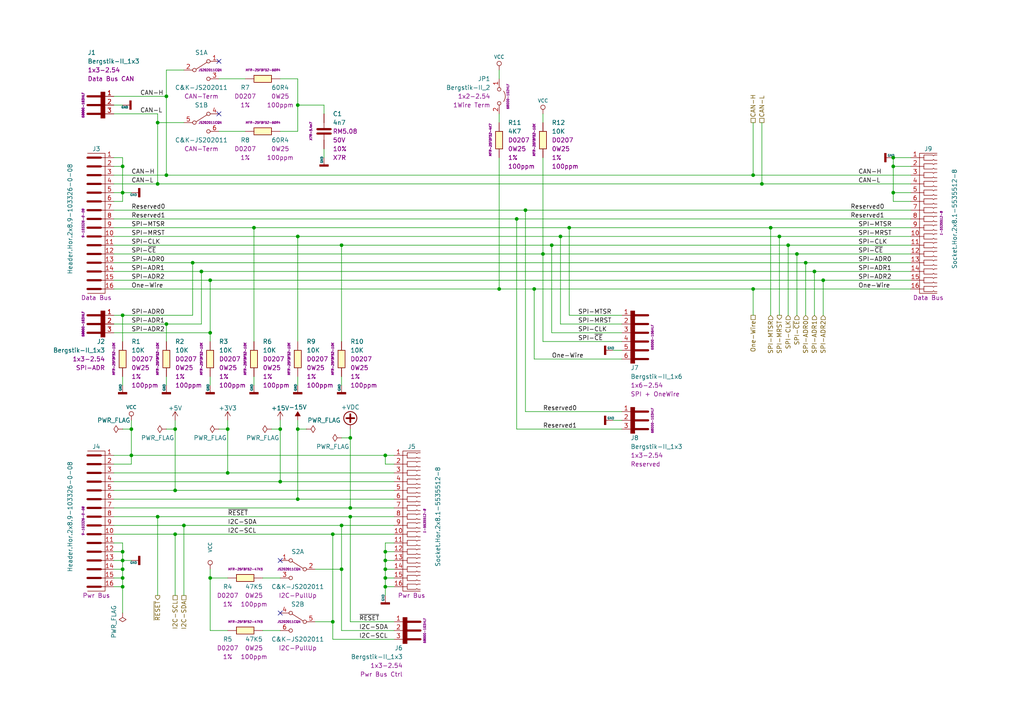
<source format=kicad_sch>
(kicad_sch (version 20231120) (generator "eeschema") (generator_version "8.0")
  (paper "A4")
  (junction (at 58.42 78.74) (diameter 0.9144))
  (junction (at 38.1 132.08) (diameter 0.9144))
  (junction (at 50.8 154.94))
  (junction (at 45.72 149.86))
  (junction (at 149.86 63.5) (diameter 0.9144))
  (junction (at 101.6 147.32) (diameter 0.9144))
  (junction (at 48.26 27.94) (diameter 0.9144))
  (junction (at 259.08 48.26) (diameter 0.9144))
  (junction (at 111.76 132.08) (diameter 0.9144))
  (junction (at 101.6 127))
  (junction (at 99.06 165.1) (diameter 0.9144))
  (junction (at 55.88 76.2) (diameter 0.9144))
  (junction (at 218.44 83.82))
  (junction (at 60.96 81.28) (diameter 0.9144))
  (junction (at 231.14 73.66))
  (junction (at 259.08 45.72) (diameter 0.9144))
  (junction (at 48.26 93.98) (diameter 0.9144))
  (junction (at 35.56 165.1) (diameter 0.9144))
  (junction (at 101.6 149.86) (diameter 0.9144))
  (junction (at 96.52 154.94) (diameter 0.9144))
  (junction (at 45.72 35.56) (diameter 0.9144))
  (junction (at 66.04 124.46) (diameter 0.9144))
  (junction (at 86.36 144.78) (diameter 0.9144))
  (junction (at 223.52 66.04))
  (junction (at 73.66 66.04) (diameter 0.9144))
  (junction (at 81.28 124.46) (diameter 0.9144))
  (junction (at 160.02 71.12) (diameter 0.9144))
  (junction (at 35.56 160.02) (diameter 0.9144))
  (junction (at 35.56 55.88) (diameter 0.9144))
  (junction (at 162.56 68.58) (diameter 0.9144))
  (junction (at 48.26 50.8) (diameter 0.9144))
  (junction (at 152.4 60.96) (diameter 0.9144))
  (junction (at 86.36 124.46))
  (junction (at 111.76 170.18) (diameter 0.9144))
  (junction (at 35.56 91.44) (diameter 0.9144))
  (junction (at 259.08 55.88) (diameter 0.9144))
  (junction (at 111.76 160.02) (diameter 0.9144))
  (junction (at 228.6 71.12))
  (junction (at 157.48 73.66) (diameter 0.9144))
  (junction (at 99.06 71.12) (diameter 0.9144))
  (junction (at 144.78 83.82) (diameter 0.9144))
  (junction (at 96.52 180.34) (diameter 0.9144))
  (junction (at 218.44 50.8))
  (junction (at 35.56 162.56) (diameter 0.9144))
  (junction (at 45.72 53.34) (diameter 0.9144))
  (junction (at 60.96 167.64) (diameter 0.9144))
  (junction (at 35.56 167.64) (diameter 0.9144))
  (junction (at 99.06 152.4) (diameter 0.9144))
  (junction (at 86.36 30.48) (diameter 0.9144))
  (junction (at 86.36 68.58) (diameter 0.9144))
  (junction (at 233.68 76.2))
  (junction (at 154.94 83.82) (diameter 0.9144))
  (junction (at 53.34 152.4))
  (junction (at 226.06 68.58))
  (junction (at 50.8 142.24) (diameter 0.9144))
  (junction (at 111.76 165.1) (diameter 0.9144))
  (junction (at 81.28 139.7) (diameter 0.9144))
  (junction (at 60.96 96.52) (diameter 0.9144))
  (junction (at 111.76 167.64) (diameter 0.9144))
  (junction (at 220.98 53.34))
  (junction (at 165.1 66.04) (diameter 0.9144))
  (junction (at 35.56 170.18))
  (junction (at 238.76 81.28))
  (junction (at 38.1 124.46) (diameter 0.9144))
  (junction (at 66.04 137.16) (diameter 0.9144))
  (junction (at 50.8 124.46) (diameter 0.9144))
  (junction (at 236.22 78.74))
  (junction (at 111.76 162.56) (diameter 0.9144))
  (junction (at 35.56 48.26) (diameter 0.9144))
  (no_connect (at 63.5 17.78))
  (no_connect (at 81.28 177.8))
  (no_connect (at 81.28 162.56))
  (no_connect (at 63.5 33.02))
  (wire (pts (xy 144.78 33.02) (xy 144.78 35.56)))
  (wire (pts (xy 66.04 137.16) (xy 114.3 137.16)))
  (wire (pts (xy 35.56 167.64) (xy 35.56 165.1)))
  (wire (pts (xy 259.08 45.72) (xy 264.16 45.72)))
  (wire (pts (xy 33.02 137.16) (xy 66.04 137.16)))
  (wire (pts (xy 48.26 27.94) (xy 48.26 50.8)))
  (wire (pts (xy 60.96 167.64) (xy 60.96 182.88)))
  (wire (pts (xy 99.06 165.1) (xy 99.06 152.4)))
  (wire (pts (xy 218.44 35.56) (xy 218.44 50.8)))
  (wire (pts (xy 114.3 180.34) (xy 101.6 180.34)))
  (wire (pts (xy 180.34 96.52) (xy 160.02 96.52)))
  (wire (pts (xy 45.72 33.02) (xy 45.72 35.56)))
  (wire (pts (xy 35.56 99.06) (xy 35.56 91.44)))
  (wire (pts (xy 33.02 60.96) (xy 152.4 60.96)))
  (wire (pts (xy 66.04 167.64) (xy 60.96 167.64)))
  (wire (pts (xy 33.02 45.72) (xy 35.56 45.72)))
  (wire (pts (xy 226.06 91.44) (xy 226.06 68.58)))
  (wire (pts (xy 35.56 45.72) (xy 35.56 48.26)))
  (wire (pts (xy 33.02 30.48) (xy 35.56 30.48)))
  (wire (pts (xy 60.96 165.1) (xy 60.96 167.64)))
  (wire (pts (xy 220.98 35.56) (xy 220.98 53.34)))
  (wire (pts (xy 60.96 81.28) (xy 60.96 96.52)))
  (wire (pts (xy 180.34 124.46) (xy 149.86 124.46)))
  (wire (pts (xy 81.28 167.64) (xy 76.2 167.64)))
  (wire (pts (xy 35.56 157.48) (xy 33.02 157.48)))
  (wire (pts (xy 45.72 35.56) (xy 45.72 53.34)))
  (wire (pts (xy 35.56 58.42) (xy 35.56 55.88)))
  (wire (pts (xy 228.6 91.44) (xy 228.6 71.12)))
  (wire (pts (xy 38.1 134.62) (xy 38.1 132.08)))
  (wire (pts (xy 152.4 119.38) (xy 152.4 60.96)))
  (wire (pts (xy 33.02 66.04) (xy 73.66 66.04)))
  (wire (pts (xy 144.78 45.72) (xy 144.78 83.82)))
  (wire (pts (xy 48.26 20.32) (xy 48.26 27.94)))
  (wire (pts (xy 259.08 48.26) (xy 259.08 45.72)))
  (wire (pts (xy 50.8 142.24) (xy 114.3 142.24)))
  (wire (pts (xy 111.76 162.56) (xy 111.76 160.02)))
  (wire (pts (xy 53.34 172.72) (xy 53.34 152.4)))
  (wire (pts (xy 33.02 167.64) (xy 35.56 167.64)))
  (wire (pts (xy 55.88 76.2) (xy 55.88 91.44)))
  (wire (pts (xy 33.02 78.74) (xy 58.42 78.74)))
  (wire (pts (xy 99.06 127) (xy 101.6 127)))
  (wire (pts (xy 111.76 170.18) (xy 111.76 167.64)))
  (wire (pts (xy 101.6 124.46) (xy 101.6 127)))
  (wire (pts (xy 33.02 165.1) (xy 35.56 165.1)))
  (wire (pts (xy 60.96 182.88) (xy 66.04 182.88)))
  (wire (pts (xy 114.3 182.88) (xy 99.06 182.88)))
  (wire (pts (xy 86.36 68.58) (xy 162.56 68.58)))
  (wire (pts (xy 96.52 185.42) (xy 96.52 180.34)))
  (wire (pts (xy 33.02 73.66) (xy 157.48 73.66)))
  (wire (pts (xy 60.96 81.28) (xy 238.76 81.28)))
  (wire (pts (xy 33.02 76.2) (xy 55.88 76.2)))
  (wire (pts (xy 236.22 78.74) (xy 264.16 78.74)))
  (wire (pts (xy 223.52 91.44) (xy 223.52 66.04)))
  (wire (pts (xy 160.02 71.12) (xy 228.6 71.12)))
  (wire (pts (xy 33.02 53.34) (xy 45.72 53.34)))
  (wire (pts (xy 101.6 127) (xy 101.6 147.32)))
  (wire (pts (xy 180.34 91.44) (xy 165.1 91.44)))
  (wire (pts (xy 259.08 55.88) (xy 259.08 48.26)))
  (wire (pts (xy 111.76 165.1) (xy 111.76 162.56)))
  (wire (pts (xy 33.02 71.12) (xy 99.06 71.12)))
  (wire (pts (xy 180.34 104.14) (xy 154.94 104.14)))
  (wire (pts (xy 33.02 81.28) (xy 60.96 81.28)))
  (wire (pts (xy 71.12 22.86) (xy 63.5 22.86)))
  (wire (pts (xy 35.56 111.76) (xy 35.56 109.22)))
  (wire (pts (xy 114.3 134.62) (xy 111.76 134.62)))
  (wire (pts (xy 35.56 124.46) (xy 38.1 124.46)))
  (wire (pts (xy 71.12 38.1) (xy 63.5 38.1)))
  (wire (pts (xy 50.8 154.94) (xy 96.52 154.94)))
  (wire (pts (xy 264.16 48.26) (xy 259.08 48.26)))
  (wire (pts (xy 218.44 83.82) (xy 264.16 83.82)))
  (wire (pts (xy 81.28 124.46) (xy 78.74 124.46)))
  (wire (pts (xy 38.1 124.46) (xy 38.1 132.08)))
  (wire (pts (xy 223.52 66.04) (xy 264.16 66.04)))
  (wire (pts (xy 154.94 83.82) (xy 218.44 83.82)))
  (wire (pts (xy 86.36 30.48) (xy 86.36 38.1)))
  (wire (pts (xy 177.8 101.6) (xy 180.34 101.6)))
  (wire (pts (xy 233.68 76.2) (xy 264.16 76.2)))
  (wire (pts (xy 66.04 124.46) (xy 66.04 137.16)))
  (wire (pts (xy 60.96 111.76) (xy 60.96 109.22)))
  (wire (pts (xy 165.1 66.04) (xy 223.52 66.04)))
  (wire (pts (xy 55.88 76.2) (xy 233.68 76.2)))
  (wire (pts (xy 81.28 22.86) (xy 86.36 22.86)))
  (wire (pts (xy 114.3 170.18) (xy 111.76 170.18)))
  (wire (pts (xy 33.02 139.7) (xy 81.28 139.7)))
  (wire (pts (xy 111.76 160.02) (xy 111.76 157.48)))
  (wire (pts (xy 111.76 167.64) (xy 111.76 165.1)))
  (wire (pts (xy 236.22 91.44) (xy 236.22 78.74)))
  (wire (pts (xy 180.34 119.38) (xy 152.4 119.38)))
  (wire (pts (xy 111.76 132.08) (xy 114.3 132.08)))
  (wire (pts (xy 165.1 91.44) (xy 165.1 66.04)))
  (wire (pts (xy 33.02 154.94) (xy 50.8 154.94)))
  (wire (pts (xy 33.02 50.8) (xy 48.26 50.8)))
  (wire (pts (xy 93.98 30.48) (xy 86.36 30.48)))
  (wire (pts (xy 91.44 165.1) (xy 99.06 165.1)))
  (wire (pts (xy 86.36 99.06) (xy 86.36 68.58)))
  (wire (pts (xy 86.36 111.76) (xy 86.36 109.22)))
  (wire (pts (xy 162.56 68.58) (xy 226.06 68.58)))
  (wire (pts (xy 233.68 91.44) (xy 233.68 76.2)))
  (wire (pts (xy 38.1 55.88) (xy 35.56 55.88)))
  (wire (pts (xy 144.78 83.82) (xy 154.94 83.82)))
  (wire (pts (xy 33.02 152.4) (xy 53.34 152.4)))
  (wire (pts (xy 50.8 124.46) (xy 50.8 142.24)))
  (wire (pts (xy 33.02 144.78) (xy 86.36 144.78)))
  (wire (pts (xy 48.26 20.32) (xy 53.34 20.32)))
  (wire (pts (xy 86.36 124.46) (xy 86.36 144.78)))
  (wire (pts (xy 48.26 93.98) (xy 33.02 93.98)))
  (wire (pts (xy 99.06 182.88) (xy 99.06 165.1)))
  (wire (pts (xy 33.02 63.5) (xy 149.86 63.5)))
  (wire (pts (xy 73.66 66.04) (xy 165.1 66.04)))
  (wire (pts (xy 38.1 132.08) (xy 111.76 132.08)))
  (wire (pts (xy 35.56 162.56) (xy 33.02 162.56)))
  (wire (pts (xy 60.96 99.06) (xy 60.96 96.52)))
  (wire (pts (xy 101.6 149.86) (xy 114.3 149.86)))
  (wire (pts (xy 33.02 149.86) (xy 45.72 149.86)))
  (wire (pts (xy 45.72 172.72) (xy 45.72 149.86)))
  (wire (pts (xy 33.02 48.26) (xy 35.56 48.26)))
  (wire (pts (xy 157.48 33.02) (xy 157.48 35.56)))
  (wire (pts (xy 231.14 91.44) (xy 231.14 73.66)))
  (wire (pts (xy 38.1 162.56) (xy 35.56 162.56)))
  (wire (pts (xy 35.56 55.88) (xy 33.02 55.88)))
  (wire (pts (xy 91.44 180.34) (xy 96.52 180.34)))
  (wire (pts (xy 160.02 96.52) (xy 160.02 71.12)))
  (wire (pts (xy 33.02 132.08) (xy 38.1 132.08)))
  (wire (pts (xy 228.6 71.12) (xy 264.16 71.12)))
  (wire (pts (xy 238.76 81.28) (xy 264.16 81.28)))
  (wire (pts (xy 101.6 147.32) (xy 114.3 147.32)))
  (wire (pts (xy 58.42 78.74) (xy 58.42 93.98)))
  (wire (pts (xy 53.34 152.4) (xy 99.06 152.4)))
  (wire (pts (xy 60.96 96.52) (xy 33.02 96.52)))
  (wire (pts (xy 96.52 154.94) (xy 96.52 180.34)))
  (wire (pts (xy 33.02 147.32) (xy 101.6 147.32)))
  (wire (pts (xy 101.6 180.34) (xy 101.6 149.86)))
  (wire (pts (xy 33.02 33.02) (xy 45.72 33.02)))
  (wire (pts (xy 73.66 111.76) (xy 73.66 109.22)))
  (wire (pts (xy 218.44 50.8) (xy 264.16 50.8)))
  (wire (pts (xy 48.26 50.8) (xy 218.44 50.8)))
  (wire (pts (xy 33.02 27.94) (xy 48.26 27.94)))
  (wire (pts (xy 81.28 139.7) (xy 114.3 139.7)))
  (wire (pts (xy 73.66 99.06) (xy 73.66 66.04)))
  (wire (pts (xy 86.36 22.86) (xy 86.36 30.48)))
  (wire (pts (xy 93.98 33.02) (xy 93.98 30.48)))
  (wire (pts (xy 35.56 48.26) (xy 35.56 55.88)))
  (wire (pts (xy 86.36 124.46) (xy 88.9 124.46)))
  (wire (pts (xy 35.56 91.44) (xy 33.02 91.44)))
  (wire (pts (xy 55.88 91.44) (xy 35.56 91.44)))
  (wire (pts (xy 50.8 121.92) (xy 50.8 124.46)))
  (wire (pts (xy 35.56 170.18) (xy 35.56 167.64)))
  (wire (pts (xy 149.86 63.5) (xy 264.16 63.5)))
  (wire (pts (xy 264.16 58.42) (xy 259.08 58.42)))
  (wire (pts (xy 45.72 53.34) (xy 220.98 53.34)))
  (wire (pts (xy 162.56 93.98) (xy 162.56 68.58)))
  (wire (pts (xy 86.36 121.92) (xy 86.36 124.46)))
  (wire (pts (xy 114.3 185.42) (xy 96.52 185.42)))
  (wire (pts (xy 58.42 93.98) (xy 48.26 93.98)))
  (wire (pts (xy 220.98 53.34) (xy 264.16 53.34)))
  (wire (pts (xy 157.48 99.06) (xy 157.48 73.66)))
  (wire (pts (xy 63.5 124.46) (xy 66.04 124.46)))
  (wire (pts (xy 38.1 121.92) (xy 38.1 124.46)))
  (wire (pts (xy 86.36 38.1) (xy 81.28 38.1)))
  (wire (pts (xy 111.76 134.62) (xy 111.76 132.08)))
  (wire (pts (xy 50.8 172.72) (xy 50.8 154.94)))
  (wire (pts (xy 35.56 162.56) (xy 35.56 160.02)))
  (wire (pts (xy 93.98 45.72) (xy 93.98 43.18)))
  (wire (pts (xy 180.34 99.06) (xy 157.48 99.06)))
  (wire (pts (xy 33.02 142.24) (xy 50.8 142.24)))
  (wire (pts (xy 99.06 99.06) (xy 99.06 71.12)))
  (wire (pts (xy 226.06 68.58) (xy 264.16 68.58)))
  (wire (pts (xy 111.76 172.72) (xy 111.76 170.18)))
  (wire (pts (xy 81.28 121.92) (xy 81.28 124.46)))
  (wire (pts (xy 144.78 20.32) (xy 144.78 22.86)))
  (wire (pts (xy 86.36 144.78) (xy 114.3 144.78)))
  (wire (pts (xy 177.8 121.92) (xy 180.34 121.92)))
  (wire (pts (xy 58.42 78.74) (xy 236.22 78.74)))
  (wire (pts (xy 114.3 162.56) (xy 111.76 162.56)))
  (wire (pts (xy 218.44 91.44) (xy 218.44 83.82)))
  (wire (pts (xy 154.94 104.14) (xy 154.94 83.82)))
  (wire (pts (xy 35.56 170.18) (xy 35.56 177.8)))
  (wire (pts (xy 231.14 73.66) (xy 264.16 73.66)))
  (wire (pts (xy 96.52 154.94) (xy 114.3 154.94)))
  (wire (pts (xy 33.02 170.18) (xy 35.56 170.18)))
  (wire (pts (xy 48.26 99.06) (xy 48.26 93.98)))
  (wire (pts (xy 99.06 111.76) (xy 99.06 109.22)))
  (wire (pts (xy 45.72 35.56) (xy 53.34 35.56)))
  (wire (pts (xy 33.02 134.62) (xy 38.1 134.62)))
  (wire (pts (xy 45.72 149.86) (xy 101.6 149.86)))
  (wire (pts (xy 264.16 55.88) (xy 259.08 55.88)))
  (wire (pts (xy 157.48 45.72) (xy 157.48 73.66)))
  (wire (pts (xy 33.02 83.82) (xy 144.78 83.82)))
  (wire (pts (xy 48.26 111.76) (xy 48.26 109.22)))
  (wire (pts (xy 99.06 152.4) (xy 114.3 152.4)))
  (wire (pts (xy 99.06 71.12) (xy 160.02 71.12)))
  (wire (pts (xy 33.02 160.02) (xy 35.56 160.02)))
  (wire (pts (xy 149.86 124.46) (xy 149.86 63.5)))
  (wire (pts (xy 66.04 121.92) (xy 66.04 124.46)))
  (wire (pts (xy 48.26 124.46) (xy 50.8 124.46)))
  (wire (pts (xy 111.76 157.48) (xy 114.3 157.48)))
  (wire (pts (xy 152.4 60.96) (xy 264.16 60.96)))
  (wire (pts (xy 33.02 58.42) (xy 35.56 58.42)))
  (wire (pts (xy 114.3 160.02) (xy 111.76 160.02)))
  (wire (pts (xy 114.3 165.1) (xy 111.76 165.1)))
  (wire (pts (xy 238.76 91.44) (xy 238.76 81.28)))
  (wire (pts (xy 180.34 93.98) (xy 162.56 93.98)))
  (wire (pts (xy 33.02 68.58) (xy 86.36 68.58)))
  (wire (pts (xy 157.48 73.66) (xy 231.14 73.66)))
  (wire (pts (xy 259.08 58.42) (xy 259.08 55.88)))
  (wire (pts (xy 35.56 165.1) (xy 35.56 162.56)))
  (wire (pts (xy 81.28 182.88) (xy 76.2 182.88)))
  (wire (pts (xy 114.3 167.64) (xy 111.76 167.64)))
  (wire (pts (xy 35.56 160.02) (xy 35.56 157.48)))
  (wire (pts (xy 81.28 124.46) (xy 81.28 139.7)))
  (label "Reserved0" (at 256.54 60.96 180))
  (label "One-Wire" (at 248.92 83.82 0))
  (label "Reserved1" (at 256.54 63.5 180))
  (label "One-Wire" (at 160.02 104.14 0))
  (label "SPI-CLK" (at 167.64 96.52 0))
  (label "SPI-ADR2" (at 248.92 81.28 0))
  (label "SPI-ADR0" (at 38.1 91.44 0))
  (label "CAN-H" (at 248.92 50.8 0))
  (label "CAN-H" (at 40.64 27.94 0))
  (label "SPI-MTSR" (at 38.1 66.04 0))
  (label "SPI-MTSR" (at 248.92 66.04 0))
  (label "I2C-SCL" (at 104.14 185.42 0))
  (label "SPI-CLK" (at 248.92 71.12 0))
  (label "~{RESET}" (at 66.04 149.86 0))
  (label "CAN-L" (at 248.92 53.34 0))
  (label "SPI-ADR2" (at 38.1 81.28 0))
  (label "SPI-~{CE}" (at 167.64 99.06 0))
  (label "SPI-ADR0" (at 38.1 76.2 0))
  (label "SPI-MTSR" (at 167.64 91.44 0))
  (label "SPI-MRST" (at 38.1 68.58 0))
  (label "Reserved0" (at 38.1 60.96 0))
  (label "SPI-ADR1" (at 38.1 93.98 0))
  (label "SPI-ADR1" (at 248.92 78.74 0))
  (label "SPI-MRST" (at 167.64 93.98 0))
  (label "I2C-SDA" (at 66.04 152.4 0))
  (label "SPI-MRST" (at 248.92 68.58 0))
  (label "CAN-L" (at 38.1 53.34 0))
  (label "~{RESET}" (at 104.14 180.34 0))
  (label "CAN-L" (at 40.64 33.02 0))
  (label "SPI-ADR1" (at 38.1 78.74 0))
  (label "Reserved0" (at 157.48 119.38 0))
  (label "One-Wire" (at 38.1 83.82 0))
  (label "Reserved1" (at 38.1 63.5 0))
  (label "SPI-~{CE}" (at 248.92 73.66 0))
  (label "I2C-SDA" (at 104.14 182.88 0))
  (label "I2C-SCL" (at 66.04 154.94 0))
  (label "CAN-H" (at 38.1 50.8 0))
  (label "SPI-CLK" (at 38.1 71.12 0))
  (label "Reserved1" (at 157.48 124.46 0))
  (label "SPI-ADR2" (at 38.1 96.52 0))
  (label "SPI-ADR0" (at 248.92 76.2 0))
  (label "SPI-~{CE}" (at 38.1 73.66 0))
  (hierarchical_label "~{RESET}" (shape output) (at 45.72 172.72 270))
  (hierarchical_label "CAN-L" (shape passive) (at 220.98 35.56 90))
  (hierarchical_label "SPI-ADR1" (shape input) (at 236.22 91.44 270))
  (hierarchical_label "SPI-MTSR" (shape input) (at 223.52 91.44 270))
  (hierarchical_label "I2C-SDA" (shape passive) (at 53.34 172.72 270))
  (hierarchical_label "SPI-CLK" (shape input) (at 228.6 91.44 270))
  (hierarchical_label "CAN-H" (shape passive) (at 218.44 35.56 90))
  (hierarchical_label "One-Wire" (shape passive) (at 218.44 91.44 270))
  (hierarchical_label "SPI-MRST" (shape output) (at 226.06 91.44 270))
  (hierarchical_label "SPI-~{CE}" (shape input) (at 231.14 91.44 270))
  (hierarchical_label "I2C-SCL" (shape passive) (at 50.8 172.72 270))
  (hierarchical_label "SPI-ADR0" (shape input) (at 233.68 91.44 270))
  (hierarchical_label "SPI-ADR2" (shape input) (at 238.76 91.44 270))
  (symbol (lib_id "R.Yageo.MFR25:MFR-25FBF52-60R4") (at 76.2 38.1 270) (unit 1)
    (property "Reference" "R8" (at 71.12 40.64 90))
    (property "Value" "60R4" (at 81.28 40.64 90))
    (property "Footprint" "Resistor_THT:R_Axial_DIN0207_L6.3mm_D2.5mm_P10.16mm_Horizontal" (effects (hide yes)))
    (property "Datasheet" "https://www.yageo.com/upload/media/product/productsearch/datasheet/lr/YAGEO%20MFR_datasheet_2021v1.pdf" (effects (hide yes)))
    (property "Description" "General Purpose Metal Film Resistor" (effects (hide yes)))
    (property "Package" "D0207" (at 71.12 43.18 90))
    (property "Power" "0W25" (at 81.28 43.18 90))
    (property "Tolerance" "1%" (at 71.12 45.72 90))
    (property "TK" "100ppm" (at 81.28 45.72 90))
    (property "MPN" "MFR-25FBF52-60R4" (at 76.2 35.56 90) (effects (font (size 0.635 0.635) (italic yes))))
  )
  (symbol (lib_id "Supply:GND") (at 60.96 111.76 0) (unit 1)
    (property "Reference" "#PWR08" (effects (hide yes)))
    (property "Value" "GND" (at 60.325 112.395 90) (effects (font (size 0.635 0.635))))
    (property "Description" "Power flag, ground" (effects (hide yes)))
  )
  (symbol (lib_id "Supply:PWR_FLAG") (at 63.5 124.46 90) (unit 1)
    (property "Reference" "#FLG03" (effects (hide yes)))
    (property "Value" "PWR_FLAG" (at 60.96 127 90))
    (property "Description" "Power flag, general" (effects (hide yes)))
  )
  (symbol (lib_id "Supply:PWR_FLAG") (at 78.74 124.46 90) (mirror x) (unit 1)
    (property "Reference" "#FLG04" (effects (hide yes)))
    (property "Value" "PWR_FLAG" (at 76.2 127 90))
    (property "Description" "Power flag, general" (effects (hide yes)))
  )
  (symbol (lib_id "Supply:-15V") (at 86.36 121.92 0) (unit 1)
    (property "Reference" "#PWR014" (effects (hide yes)))
    (property "Value" "-15V" (at 86.36 118.11 0))
    (property "Description" "Power flag, -15V" (effects (hide yes)))
  )
  (symbol (lib_id "J.PinHeader:Bergstik-II_1x3") (at 27.94 30.48 0) (mirror y) (unit 1)
    (property "Reference" "J1" (at 25.4 15.24 0) (effects (justify right)))
    (property "Value" "Bergstik-II_1x3" (at 25.4 17.78 0) (effects (justify right)))
    (property "Footprint" "Connector_PinHeader_2.54mm:PinHeader_1x03_P2.54mm_Vertical" (effects (hide yes)))
    (property "Datasheet" "https://cdn.amphenol-icc.com/media/wysiwyg/files/drawing/68000.pdf?__cf_chl_jschl_tk__=264da0a199af1bdefb04026963ad3c85a073036f-1615910483-0-AaX8LtgG8apEDzGIqgzQ0aoAKWkj50oj4JyeD-4a-BjpVTotUkz0b9CwK48SctxW9RfQ29uHK-g8U4Q7W950UfkLI47M2h-zbxXP0QVGLOROToQCZGWcFC-c_QilEUacZTRKDvvL4FAsQqyycsf3m4Eg-isf3_QP12ONd_wWQcMNK-LuQ3eyU0ZB_uGz-1tHBPJYyv3B6ZQ-xQw3v8oWI_eE_zzEWbIWrLFoFf6eZXoAoT5Y4wJiyDXoV-vBmq5F4mSG8H7EqnWkU4EpxDA2-swokem-Q60MTknd4E9RK0nSmJU_PhEDac0Sb3Im75HD1QHXcTu1yMJzQCNpgpofH-wmgz79VfPk4ttpW38ZPDdPIxv_B7gR4gWWdhvgQyW6byYqLE8E5a8tpA31lZkCN19ufDO8SqP6UAFJscCeeydKEgOe2Ksu_LJQubib6v3-6A" (effects (hide yes)))
    (property "Description" "Jumper, 3-pole, open" (effects (hide yes)))
    (property "Package" "1x3-2.54" (at 25.4 20.32 0) (effects (justify right)))
    (property "Usage" "Data Bus CAN" (at 25.4 22.86 0) (effects (justify right)))
    (property "MPN" "68000-103HLF" (at 24.13 30.48 90) (effects (font (size 0.635 0.635))))
  )
  (symbol (lib_id "R.Yageo.MFR25:MFR-25FBF52-10K") (at 99.06 104.14 0) (unit 1)
    (property "Reference" "R10" (at 101.6 99.06 0) (effects (justify left)))
    (property "Value" "10K" (at 101.6 101.6 0) (effects (justify left)))
    (property "Footprint" "Resistor_THT:R_Axial_DIN0207_L6.3mm_D2.5mm_P10.16mm_Horizontal" (effects (hide yes)))
    (property "Datasheet" "https://www.yageo.com/upload/media/product/productsearch/datasheet/lr/YAGEO%20MFR_datasheet_2021v1.pdf" (effects (hide yes)))
    (property "Description" "General Purpose Metal Film Resistor" (effects (hide yes)))
    (property "Package" "D0207" (at 101.6 104.14 0) (effects (justify left)))
    (property "Power" "0W25" (at 101.6 106.68 0) (effects (justify left)))
    (property "Tolerance" "1%" (at 101.6 109.22 0) (effects (justify left)))
    (property "TK" "100ppm" (at 101.6 111.76 0) (effects (justify left)))
    (property "MPN" "MFR-25FBF52-10K" (at 96.52 104.14 90) (effects (font (size 0.635 0.635) (italic yes))))
  )
  (symbol (lib_id "R.Yageo.MFR25:MFR-25FBF52-10K") (at 73.66 104.14 0) (unit 1)
    (property "Reference" "R6" (at 76.2 99.06 0) (effects (justify left)))
    (property "Value" "10K" (at 76.2 101.6 0) (effects (justify left)))
    (property "Footprint" "Resistor_THT:R_Axial_DIN0207_L6.3mm_D2.5mm_P10.16mm_Horizontal" (effects (hide yes)))
    (property "Datasheet" "https://www.yageo.com/upload/media/product/productsearch/datasheet/lr/YAGEO%20MFR_datasheet_2021v1.pdf" (effects (hide yes)))
    (property "Description" "General Purpose Metal Film Resistor" (effects (hide yes)))
    (property "Package" "D0207" (at 76.2 104.14 0) (effects (justify left)))
    (property "Power" "0W25" (at 76.2 106.68 0) (effects (justify left)))
    (property "Tolerance" "1%" (at 76.2 109.22 0) (effects (justify left)))
    (property "TK" "100ppm" (at 76.2 111.76 0) (effects (justify left)))
    (property "MPN" "MFR-25FBF52-10K" (at 71.12 104.14 90) (effects (font (size 0.635 0.635) (italic yes))))
  )
  (symbol (lib_id "Supply:PWR_FLAG") (at 35.56 177.8 180) (unit 1)
    (property "Reference" "#FLG07" (effects (hide yes)))
    (property "Value" "PWR_FLAG" (at 33.02 180.34 90))
    (property "Description" "Power flag, general" (effects (hide yes)))
  )
  (symbol (lib_id "S:C&K-JS202011") (at 86.36 165.1 0) (mirror y) (unit 1)
    (property "Reference" "S2" (at 86.36 160.02 0))
    (property "Value" "C&K-JS202011" (at 86.36 170.18 0))
    (property "Footprint" "BTech.Switch:SW_CK_JS202011CQN_DPDT_Straight" (effects (hide yes)))
    (property "Datasheet" "https://www.ckswitches.com/media/1422/js.pdf" (effects (hide yes)))
    (property "Description" "Sub-Miniature Slide Switches" (effects (hide yes)))
    (property "Usage" "I2C-PullUp" (at 86.36 172.72 0))
    (property "MPN" "JS202011CQN" (at 83.82 165.1 0) (effects (font (size 0.635 0.635))))
  )
  (symbol (lib_id "C.Generic.X7R.Radial:4n7") (at 93.98 38.1 0) (unit 1)
    (property "Reference" "C1" (at 96.52 33.02 0) (effects (justify left)))
    (property "Value" "4n7" (at 96.52 35.56 0) (effects (justify left)))
    (property "Footprint" "BTech.Capacitor_THT:C_Disc_D5.0mm_W2.5mm_P5.08mm" (effects (hide yes)))
    (property "Description" "Vielschicht-Keramik-Kondensator" (effects (hide yes)))
    (property "Package" "RM5.08" (at 96.52 38.1 0) (effects (justify left)))
    (property "Voltage" "50V" (at 96.52 40.64 0) (effects (justify left)))
    (property "Tolerance" "10%" (at 96.52 43.18 0) (effects (justify left)))
    (property "Dielectric" "X7R" (at 96.52 45.72 0) (effects (justify left)))
    (property "MPN" "X7R-5.4n7" (at 90.17 38.1 90) (effects (font (size 0.635 0.635) (italic yes))))
  )
  (symbol (lib_id "Supply:PWR_FLAG") (at 88.9 124.46 270) (unit 1)
    (property "Reference" "#FLG05" (effects (hide yes)))
    (property "Value" "PWR_FLAG" (at 93.98 121.92 90))
    (property "Description" "Power flag, general" (effects (hide yes)))
  )
  (symbol (lib_id "J.PinHeader:Bergstik-II_1x3") (at 27.94 93.98 0) (mirror y) (unit 1)
    (property "Reference" "J2" (at 30.48 99.06 0) (effects (justify left)))
    (property "Value" "Bergstik-II_1x3" (at 30.48 101.6 0) (effects (justify left)))
    (property "Footprint" "Connector_PinHeader_2.54mm:PinHeader_1x03_P2.54mm_Vertical" (effects (hide yes)))
    (property "Datasheet" "https://cdn.amphenol-icc.com/media/wysiwyg/files/drawing/68000.pdf?__cf_chl_jschl_tk__=264da0a199af1bdefb04026963ad3c85a073036f-1615910483-0-AaX8LtgG8apEDzGIqgzQ0aoAKWkj50oj4JyeD-4a-BjpVTotUkz0b9CwK48SctxW9RfQ29uHK-g8U4Q7W950UfkLI47M2h-zbxXP0QVGLOROToQCZGWcFC-c_QilEUacZTRKDvvL4FAsQqyycsf3m4Eg-isf3_QP12ONd_wWQcMNK-LuQ3eyU0ZB_uGz-1tHBPJYyv3B6ZQ-xQw3v8oWI_eE_zzEWbIWrLFoFf6eZXoAoT5Y4wJiyDXoV-vBmq5F4mSG8H7EqnWkU4EpxDA2-swokem-Q60MTknd4E9RK0nSmJU_PhEDac0Sb3Im75HD1QHXcTu1yMJzQCNpgpofH-wmgz79VfPk4ttpW38ZPDdPIxv_B7gR4gWWdhvgQyW6byYqLE8E5a8tpA31lZkCN19ufDO8SqP6UAFJscCeeydKEgOe2Ksu_LJQubib6v3-6A" (effects (hide yes)))
    (property "Description" "Jumper, 3-pole, open" (effects (hide yes)))
    (property "Package" "1x3-2.54" (at 30.48 104.14 0) (effects (justify left)))
    (property "Usage" "SPI-ADR" (at 30.48 106.68 0) (effects (justify left)))
    (property "MPN" "68000-103HLF" (at 24.13 93.98 90) (effects (font (size 0.635 0.635))))
  )
  (symbol (lib_id "Supply:+3V3") (at 66.04 121.92 0) (unit 1)
    (property "Reference" "#PWR010" (effects (hide yes)))
    (property "Value" "+3V3" (at 66.04 118.364 0))
    (property "Description" "Power flag, +3.3V" (effects (hide yes)))
  )
  (symbol (lib_id "Supply:GND") (at 48.26 111.76 0) (unit 1)
    (property "Reference" "#PWR06" (effects (hide yes)))
    (property "Value" "GND" (at 47.625 112.395 90) (effects (font (size 0.635 0.635))))
    (property "Description" "Power flag, ground" (effects (hide yes)))
  )
  (symbol (lib_id "Supply:+15V") (at 81.28 121.92 0) (unit 1)
    (property "Reference" "#PWR012" (effects (hide yes)))
    (property "Value" "+15V" (at 81.28 118.364 0))
    (property "Description" "Power flag, +15V" (effects (hide yes)))
  )
  (symbol (lib_id "Supply:+5V") (at 50.8 121.92 0) (unit 1)
    (property "Reference" "#PWR07" (effects (hide yes)))
    (property "Value" "+5V" (at 50.8 118.364 0))
    (property "Description" "Power flag, +5V" (effects (hide yes)))
  )
  (symbol (lib_id "JP:Bergstik-II_2") (at 144.78 27.94 270) (unit 1)
    (property "Reference" "JP1" (at 142.24 22.86 90) (effects (justify right)))
    (property "Value" "Bergstik-II_2" (at 142.24 25.4 90) (effects (justify right)))
    (property "Footprint" "Connector_PinHeader_2.54mm:PinHeader_1x02_P2.54mm_Vertical" (effects (hide yes)))
    (property "Datasheet" "JP.Bergstik-II-Header.68000.pdf" (effects (hide yes)))
    (property "Description" "Jumper, 2-pole, open" (effects (hide yes)))
    (property "Package" "1x2-2.54" (at 142.24 27.94 90) (effects (justify right)))
    (property "Usage" "1Wire Term" (at 142.24 30.48 90) (effects (justify right)))
    (property "MPN" "68000-102HLF" (at 147.32 27.94 0) (effects (font (size 0.635 0.635))))
  )
  (symbol (lib_id "R.Yageo.MFR25:MFR-25FBF52-10K") (at 48.26 104.14 0) (unit 1)
    (property "Reference" "R2" (at 50.8 99.06 0) (effects (justify left)))
    (property "Value" "10K" (at 50.8 101.6 0) (effects (justify left)))
    (property "Footprint" "Resistor_THT:R_Axial_DIN0207_L6.3mm_D2.5mm_P10.16mm_Horizontal" (effects (hide yes)))
    (property "Datasheet" "https://www.yageo.com/upload/media/product/productsearch/datasheet/lr/YAGEO%20MFR_datasheet_2021v1.pdf" (effects (hide yes)))
    (property "Description" "General Purpose Metal Film Resistor" (effects (hide yes)))
    (property "Package" "D0207" (at 50.8 104.14 0) (effects (justify left)))
    (property "Power" "0W25" (at 50.8 106.68 0) (effects (justify left)))
    (property "Tolerance" "1%" (at 50.8 109.22 0) (effects (justify left)))
    (property "TK" "100ppm" (at 50.8 111.76 0) (effects (justify left)))
    (property "MPN" "MFR-25FBF52-10K" (at 45.72 104.14 90) (effects (font (size 0.635 0.635) (italic yes))))
  )
  (symbol (lib_id "Supply:GND") (at 38.1 162.56 90) (unit 1)
    (property "Reference" "#PWR05" (effects (hide yes)))
    (property "Value" "GND" (at 38.735 163.195 90) (effects (font (size 0.635 0.635))))
    (property "Description" "Power flag, ground" (effects (hide yes)))
  )
  (symbol (lib_id "R.Yageo.MFR25:MFR-25FBF52-60R4") (at 76.2 22.86 270) (unit 1)
    (property "Reference" "R7" (at 71.12 25.4 90))
    (property "Value" "60R4" (at 81.28 25.4 90))
    (property "Footprint" "Resistor_THT:R_Axial_DIN0207_L6.3mm_D2.5mm_P10.16mm_Horizontal" (effects (hide yes)))
    (property "Datasheet" "https://www.yageo.com/upload/media/product/productsearch/datasheet/lr/YAGEO%20MFR_datasheet_2021v1.pdf" (effects (hide yes)))
    (property "Description" "General Purpose Metal Film Resistor" (effects (hide yes)))
    (property "Package" "D0207" (at 71.12 27.94 90))
    (property "Power" "0W25" (at 81.28 27.94 90))
    (property "Tolerance" "1%" (at 71.12 30.48 90))
    (property "TK" "100ppm" (at 81.28 30.48 90))
    (property "MPN" "MFR-25FBF52-60R4" (at 76.2 20.32 90) (effects (font (size 0.635 0.635) (italic yes))))
  )
  (symbol (lib_id "Supply:GND") (at 177.8 101.6 270) (unit 1)
    (property "Reference" "#PWR021" (effects (hide yes)))
    (property "Value" "GND" (at 177.165 100.965 90) (effects (font (size 0.635 0.635))))
    (property "Description" "Power flag, ground" (effects (hide yes)))
  )
  (symbol (lib_id "R.Yageo.MFR25:MFR-25FBF52-10K") (at 35.56 104.14 0) (unit 1)
    (property "Reference" "R1" (at 38.1 99.06 0) (effects (justify left)))
    (property "Value" "10K" (at 38.1 101.6 0) (effects (justify left)))
    (property "Footprint" "Resistor_THT:R_Axial_DIN0207_L6.3mm_D2.5mm_P10.16mm_Horizontal" (effects (hide yes)))
    (property "Datasheet" "https://www.yageo.com/upload/media/product/productsearch/datasheet/lr/YAGEO%20MFR_datasheet_2021v1.pdf" (effects (hide yes)))
    (property "Description" "General Purpose Metal Film Resistor" (effects (hide yes)))
    (property "Package" "D0207" (at 38.1 104.14 0) (effects (justify left)))
    (property "Power" "0W25" (at 38.1 106.68 0) (effects (justify left)))
    (property "Tolerance" "1%" (at 38.1 109.22 0) (effects (justify left)))
    (property "TK" "100ppm" (at 38.1 111.76 0) (effects (justify left)))
    (property "MPN" "MFR-25FBF52-10K" (at 33.02 104.14 90) (effects (font (size 0.635 0.635) (italic yes))))
  )
  (symbol (lib_id "R.Yageo.MFR25:MFR-25FBF52-10K") (at 86.36 104.14 0) (unit 1)
    (property "Reference" "R9" (at 88.9 99.06 0) (effects (justify left)))
    (property "Value" "10K" (at 88.9 101.6 0) (effects (justify left)))
    (property "Footprint" "Resistor_THT:R_Axial_DIN0207_L6.3mm_D2.5mm_P10.16mm_Horizontal" (effects (hide yes)))
    (property "Datasheet" "https://www.yageo.com/upload/media/product/productsearch/datasheet/lr/YAGEO%20MFR_datasheet_2021v1.pdf" (effects (hide yes)))
    (property "Description" "General Purpose Metal Film Resistor" (effects (hide yes)))
    (property "Package" "D0207" (at 88.9 104.14 0) (effects (justify left)))
    (property "Power" "0W25" (at 88.9 106.68 0) (effects (justify left)))
    (property "Tolerance" "1%" (at 88.9 109.22 0) (effects (justify left)))
    (property "TK" "100ppm" (at 88.9 111.76 0) (effects (justify left)))
    (property "MPN" "MFR-25FBF52-10K" (at 83.82 104.14 90) (effects (font (size 0.635 0.635) (italic yes))))
  )
  (symbol (lib_id "Supply:VCC") (at 157.48 33.02 0) (unit 1)
    (property "Reference" "#PWR020" (effects (hide yes)))
    (property "Value" "VCC" (at 157.48 29.21 0) (effects (font (size 1.016 1.016))))
    (property "Description" "Power flag, VCC" (effects (hide yes)))
  )
  (symbol (lib_id "S:C&K-JS202011") (at 58.42 20.32 0) (unit 1)
    (property "Reference" "S1" (at 58.42 15.24 0))
    (property "Value" "C&K-JS202011" (at 58.42 25.4 0))
    (property "Footprint" "BTech.Switch:SW_CK_JS202011CQN_DPDT_Straight" (effects (hide yes)))
    (property "Datasheet" "https://www.ckswitches.com/media/1422/js.pdf" (effects (hide yes)))
    (property "Description" "Sub-Miniature Slide Switches" (effects (hide yes)))
    (property "Usage" "CAN-Term" (at 58.42 27.94 0))
    (property "MPN" "JS202011CQN" (at 60.96 20.32 0) (effects (font (size 0.635 0.635))))
  )
  (symbol (lib_id "Supply:GND") (at 73.66 111.76 0) (unit 1)
    (property "Reference" "#PWR011" (effects (hide yes)))
    (property "Value" "GND" (at 73.025 112.395 90) (effects (font (size 0.635 0.635))))
    (property "Description" "Power flag, ground" (effects (hide yes)))
  )
  (symbol (lib_id "R.Yageo.MFR25:MFR-25FBF52-47K5") (at 71.12 182.88 270) (unit 1)
    (property "Reference" "R5" (at 66.04 185.42 90))
    (property "Value" "47K5" (at 73.66 185.42 90))
    (property "Footprint" "Resistor_THT:R_Axial_DIN0207_L6.3mm_D2.5mm_P10.16mm_Horizontal" (effects (hide yes)))
    (property "Datasheet" "https://www.yageo.com/upload/media/product/productsearch/datasheet/lr/YAGEO%20MFR_datasheet_2021v1.pdf" (effects (hide yes)))
    (property "Description" "General Purpose Metal Film Resistor" (effects (hide yes)))
    (property "Package" "D0207" (at 66.04 187.96 90))
    (property "Power" "0W25" (at 73.66 187.96 90))
    (property "Tolerance" "1%" (at 66.04 190.5 90))
    (property "TK" "100ppm" (at 73.66 190.5 90))
    (property "MPN" "MFR-25FBF52-47K5" (at 71.12 180.34 90) (effects (font (size 0.635 0.635) (italic yes))))
  )
  (symbol (lib_id "Supply:VCC") (at 144.78 20.32 0) (unit 1)
    (property "Reference" "#PWR019" (effects (hide yes)))
    (property "Value" "VCC" (at 144.78 16.51 0) (effects (font (size 1.016 1.016))))
    (property "Description" "Power flag, VCC" (effects (hide yes)))
  )
  (symbol (lib_id "Supply:GND") (at 111.76 172.72 0) (unit 1)
    (property "Reference" "#PWR018" (effects (hide yes)))
    (property "Value" "GND" (at 111.125 173.355 90) (effects (font (size 0.635 0.635))))
    (property "Description" "Power flag, ground" (effects (hide yes)))
  )
  (symbol (lib_id "S:C&K-JS202011") (at 86.36 180.34 0) (mirror y) (unit 2)
    (property "Reference" "S2" (at 86.36 175.26 0))
    (property "Value" "C&K-JS202011" (at 86.36 185.42 0))
    (property "Footprint" "BTech.Switch:SW_CK_JS202011CQN_DPDT_Straight" (effects (hide yes)))
    (property "Datasheet" "https://www.ckswitches.com/media/1422/js.pdf" (effects (hide yes)))
    (property "Description" "Sub-Miniature Slide Switches" (effects (hide yes)))
    (property "Usage" "I2C-PullUp" (at 86.36 187.96 0))
    (property "MPN" "JS202011CQN" (at 83.82 180.34 0) (effects (font (size 0.635 0.635))))
  )
  (symbol (lib_id "Supply:GND") (at 93.98 45.72 0) (unit 1)
    (property "Reference" "#PWR015" (effects (hide yes)))
    (property "Value" "GND" (at 93.345 46.355 90) (effects (font (size 0.635 0.635))))
    (property "Description" "Power flag, ground" (effects (hide yes)))
  )
  (symbol (lib_id "Supply:GND") (at 86.36 111.76 0) (unit 1)
    (property "Reference" "#PWR013" (effects (hide yes)))
    (property "Value" "GND" (at 85.725 112.395 90) (effects (font (size 0.635 0.635))))
    (property "Description" "Power flag, ground" (effects (hide yes)))
  )
  (symbol (lib_id "J.AMPMODU-ModII:Socket.Hor.2x8.1-5535512-8") (at 266.7 63.5 0) (unit 1)
    (property "Reference" "J9" (at 269.24 43.18 0))
    (property "Value" "Socket.Hor.2x8.1-5535512-8" (at 276.86 63.5 90))
    (property "Footprint" "BTech.Connector.AMPMODU-ModII:Socket.Hor.2x5.6-5535512-4" (effects (hide yes)))
    (property "Datasheet" "https://www.te.com/commerce/DocumentDelivery/DDEController?Action=srchrtrv&DocNm=5535512&DocType=Customer+Drawing&DocLang=English" (effects (hide yes)))
    (property "Description" "CONN RCPT 16POS 0.1 GOLD PCB R/A" (effects (hide yes)))
    (property "Usage" "Data Bus" (at 269.24 86.36 0))
    (property "MPN" "1-5535512-8" (at 273.05 64.77 90) (effects (font (size 0.635 0.635) (italic yes))))
  )
  (symbol (lib_id "J.AMPMODU-ModII:Socket.Hor.2x8.1-5535512-8") (at 116.84 149.86 0) (unit 1)
    (property "Reference" "J5" (at 119.38 129.54 0))
    (property "Value" "Socket.Hor.2x8.1-5535512-8" (at 127 149.86 90))
    (property "Footprint" "BTech.Connector.AMPMODU-ModII:Socket.Hor.2x5.6-5535512-4" (effects (hide yes)))
    (property "Datasheet" "https://www.te.com/commerce/DocumentDelivery/DDEController?Action=srchrtrv&DocNm=5535512&DocType=Customer+Drawing&DocLang=English" (effects (hide yes)))
    (property "Description" "CONN RCPT 16POS 0.1 GOLD PCB R/A" (effects (hide yes)))
    (property "Usage" "Pwr Bus" (at 119.38 172.72 0))
    (property "MPN" "1-5535512-8" (at 123.19 151.13 90) (effects (font (size 0.635 0.635) (italic yes))))
  )
  (symbol (lib_id "Supply:GND") (at 35.56 30.48 90) (unit 1)
    (property "Reference" "#PWR01" (effects (hide yes)))
    (property "Value" "GND" (at 36.195 31.115 90) (effects (font (size 0.635 0.635))))
    (property "Description" "Power flag, ground" (effects (hide yes)))
  )
  (symbol (lib_id "J.PinHeader:Bergstik-II_1x6") (at 185.42 96.52 0) (unit 1)
    (property "Reference" "J7" (at 182.88 106.68 0) (effects (justify left)))
    (property "Value" "Bergstik-II_1x6" (at 182.88 109.22 0) (effects (justify left)))
    (property "Footprint" "Connector_PinHeader_2.54mm:PinHeader_1x06_P2.54mm_Vertical" (effects (hide yes)))
    (property "Datasheet" "https://cdn.amphenol-icc.com/media/wysiwyg/files/drawing/68000.pdf?__cf_chl_jschl_tk__=264da0a199af1bdefb04026963ad3c85a073036f-1615910483-0-AaX8LtgG8apEDzGIqgzQ0aoAKWkj50oj4JyeD-4a-BjpVTotUkz0b9CwK48SctxW9RfQ29uHK-g8U4Q7W950UfkLI47M2h-zbxXP0QVGLOROToQCZGWcFC-c_QilEUacZTRKDvvL4FAsQqyycsf3m4Eg-isf3_QP12ONd_wWQcMNK-LuQ3eyU0ZB_uGz-1tHBPJYyv3B6ZQ-xQw3v8oWI_eE_zzEWbIWrLFoFf6eZXoAoT5Y4wJiyDXoV-vBmq5F4mSG8H7EqnWkU4EpxDA2-swokem-Q60MTknd4E9RK0nSmJU_PhEDac0Sb3Im75HD1QHXcTu1yMJzQCNpgpofH-wmgz79VfPk4ttpW38ZPDdPIxv_B7gR4gWWdhvgQyW6byYqLE8E5a8tpA31lZkCN19ufDO8SqP6UAFJscCeeydKEgOe2Ksu_LJQubib6v3-6A" (effects (hide yes)))
    (property "Description" "Jumper, 6-pole, open" (effects (hide yes)))
    (property "Package" "1x6-2.54" (at 182.88 111.76 0) (effects (justify left)))
    (property "Usage" "SPI + OneWire" (at 182.88 114.3 0) (effects (justify left)))
    (property "MPN" "68000-106HLF" (at 189.23 97.79 90) (effects (font (size 0.635 0.635))))
  )
  (symbol (lib_id "Supply:PWR_FLAG") (at 99.06 127 90) (mirror x) (unit 1)
    (property "Reference" "#FLG06" (effects (hide yes)))
    (property "Value" "PWR_FLAG" (at 96.52 129.54 90))
    (property "Description" "Power flag, general" (effects (hide yes)))
  )
  (symbol (lib_id "Supply:PWR_FLAG") (at 35.56 124.46 90) (unit 1)
    (property "Reference" "#FLG01" (effects (hide yes)))
    (property "Value" "PWR_FLAG" (at 33.02 121.92 90))
    (property "Description" "Power flag, general" (effects (hide yes)))
  )
  (symbol (lib_id "Supply:GND") (at 99.06 111.76 0) (unit 1)
    (property "Reference" "#PWR016" (effects (hide yes)))
    (property "Value" "GND" (at 98.425 112.395 90) (effects (font (size 0.635 0.635))))
    (property "Description" "Power flag, ground" (effects (hide yes)))
  )
  (symbol (lib_id "Supply:GND") (at 35.56 111.76 0) (unit 1)
    (property "Reference" "#PWR02" (effects (hide yes)))
    (property "Value" "GND" (at 34.925 112.395 90) (effects (font (size 0.635 0.635))))
    (property "Description" "Power flag, ground" (effects (hide yes)))
  )
  (symbol (lib_id "Supply:GND") (at 38.1 55.88 90) (unit 1)
    (property "Reference" "#PWR03" (effects (hide yes)))
    (property "Value" "GND" (at 38.735 56.515 90) (effects (font (size 0.635 0.635))))
    (property "Description" "Power flag, ground" (effects (hide yes)))
  )
  (symbol (lib_id "Supply:GND") (at 177.8 121.92 270) (unit 1)
    (property "Reference" "#PWR022" (effects (hide yes)))
    (property "Value" "GND" (at 177.165 121.285 90) (effects (font (size 0.635 0.635))))
    (property "Description" "Power flag, ground" (effects (hide yes)))
  )
  (symbol (lib_id "J.PinHeader:Bergstik-II_1x3") (at 185.42 121.92 0) (unit 1)
    (property "Reference" "J8" (at 182.88 127 0) (effects (justify left)))
    (property "Value" "Bergstik-II_1x3" (at 182.88 129.54 0) (effects (justify left)))
    (property "Footprint" "Connector_PinHeader_2.54mm:PinHeader_1x03_P2.54mm_Vertical" (effects (hide yes)))
    (property "Datasheet" "https://cdn.amphenol-icc.com/media/wysiwyg/files/drawing/68000.pdf?__cf_chl_jschl_tk__=264da0a199af1bdefb04026963ad3c85a073036f-1615910483-0-AaX8LtgG8apEDzGIqgzQ0aoAKWkj50oj4JyeD-4a-BjpVTotUkz0b9CwK48SctxW9RfQ29uHK-g8U4Q7W950UfkLI47M2h-zbxXP0QVGLOROToQCZGWcFC-c_QilEUacZTRKDvvL4FAsQqyycsf3m4Eg-isf3_QP12ONd_wWQcMNK-LuQ3eyU0ZB_uGz-1tHBPJYyv3B6ZQ-xQw3v8oWI_eE_zzEWbIWrLFoFf6eZXoAoT5Y4wJiyDXoV-vBmq5F4mSG8H7EqnWkU4EpxDA2-swokem-Q60MTknd4E9RK0nSmJU_PhEDac0Sb3Im75HD1QHXcTu1yMJzQCNpgpofH-wmgz79VfPk4ttpW38ZPDdPIxv_B7gR4gWWdhvgQyW6byYqLE8E5a8tpA31lZkCN19ufDO8SqP6UAFJscCeeydKEgOe2Ksu_LJQubib6v3-6A" (effects (hide yes)))
    (property "Description" "Jumper, 3-pole, open" (effects (hide yes)))
    (property "Package" "1x3-2.54" (at 182.88 132.08 0) (effects (justify left)))
    (property "Usage" "Reserved" (at 182.88 134.62 0) (effects (justify left)))
    (property "MPN" "68000-103HLF" (at 189.23 121.92 90) (effects (font (size 0.635 0.635))))
  )
  (symbol (lib_id "J.AMPMODU-ModII:Header.Hor.2x8.9-103326-0-08") (at 30.48 149.86 0) (mirror y) (unit 1)
    (property "Reference" "J4" (at 27.94 129.54 0))
    (property "Value" "Header.Hor.2x8.9-103326-0-08" (at 20.32 149.86 90))
    (property "Footprint" "BTech.PinHeader.2-54mm:PinHeader_2x08_P2.54mm_Horizontal" (effects (hide yes)))
    (property "Datasheet" "https://www.te.com/commerce/DocumentDelivery/DDEController?Action=srchrtrv&DocNm=103326&DocType=Customer+Drawing&DocLang=English" (effects (hide yes)))
    (property "Description" "CONN HEADER R/A 16POS 2.54MM " (effects (hide yes)))
    (property "Usage" "Pwr Bus" (at 27.94 172.72 0))
    (property "MPN" "9-103326-0-08" (at 24.13 151.13 90) (effects (font (size 0.635 0.635) (italic yes))))
  )
  (symbol (lib_id "Supply:VCC") (at 38.1 121.92 0) (unit 1)
    (property "Reference" "#PWR04" (effects (hide yes)))
    (property "Value" "VCC" (at 38.1 118.11 0) (effects (font (size 1.016 1.016))))
    (property "Description" "Power flag, VCC" (effects (hide yes)))
  )
  (symbol (lib_id "Supply:GND") (at 259.08 45.72 270) (unit 1)
    (property "Reference" "#PWR023" (effects (hide yes)))
    (property "Value" "GND" (at 258.445 45.085 90) (effects (font (size 0.635 0.635))))
    (property "Description" "Power flag, ground" (effects (hide yes)))
  )
  (symbol (lib_id "R.Yageo.MFR25:MFR-25FBF52-10K") (at 157.48 40.64 0) (unit 1)
    (property "Reference" "R12" (at 160.02 35.56 0) (effects (justify left)))
    (property "Value" "10K" (at 160.02 38.1 0) (effects (justify left)))
    (property "Footprint" "Resistor_THT:R_Axial_DIN0207_L6.3mm_D2.5mm_P10.16mm_Horizontal" (effects (hide yes)))
    (property "Datasheet" "https://www.yageo.com/upload/media/product/productsearch/datasheet/lr/YAGEO%20MFR_datasheet_2021v1.pdf" (effects (hide yes)))
    (property "Description" "General Purpose Metal Film Resistor" (effects (hide yes)))
    (property "Package" "D0207" (at 160.02 40.64 0) (effects (justify left)))
    (property "Power" "0W25" (at 160.02 43.18 0) (effects (justify left)))
    (property "Tolerance" "1%" (at 160.02 45.72 0) (effects (justify left)))
    (property "TK" "100ppm" (at 160.02 48.26 0) (effects (justify left)))
    (property "MPN" "MFR-25FBF52-10K" (at 154.94 40.64 90) (effects (font (size 0.635 0.635) (italic yes))))
  )
  (symbol (lib_id "Supply:PWR_FLAG") (at 48.26 124.46 90) (unit 1)
    (property "Reference" "#FLG02" (effects (hide yes)))
    (property "Value" "PWR_FLAG" (at 45.72 127 90))
    (property "Description" "Power flag, general" (effects (hide yes)))
  )
  (symbol (lib_id "J.AMPMODU-ModII:Header.Hor.2x8.9-103326-0-08") (at 30.48 63.5 0) (mirror y) (unit 1)
    (property "Reference" "J3" (at 27.94 43.18 0))
    (property "Value" "Header.Hor.2x8.9-103326-0-08" (at 20.32 63.5 90))
    (property "Footprint" "BTech.PinHeader.2-54mm:PinHeader_2x08_P2.54mm_Horizontal" (effects (hide yes)))
    (property "Datasheet" "https://www.te.com/commerce/DocumentDelivery/DDEController?Action=srchrtrv&DocNm=103326&DocType=Customer+Drawing&DocLang=English" (effects (hide yes)))
    (property "Description" "CONN HEADER R/A 16POS 2.54MM " (effects (hide yes)))
    (property "Usage" "Data Bus" (at 27.94 86.36 0))
    (property "MPN" "9-103326-0-08" (at 24.13 64.77 90) (effects (font (size 0.635 0.635) (italic yes))))
  )
  (symbol (lib_id "R.Yageo.MFR25:MFR-25FBF52-10K") (at 60.96 104.14 0) (unit 1)
    (property "Reference" "R3" (at 63.5 99.06 0) (effects (justify left)))
    (property "Value" "10K" (at 63.5 101.6 0) (effects (justify left)))
    (property "Footprint" "Resistor_THT:R_Axial_DIN0207_L6.3mm_D2.5mm_P10.16mm_Horizontal" (effects (hide yes)))
    (property "Datasheet" "https://www.yageo.com/upload/media/product/productsearch/datasheet/lr/YAGEO%20MFR_datasheet_2021v1.pdf" (effects (hide yes)))
    (property "Description" "General Purpose Metal Film Resistor" (effects (hide yes)))
    (property "Package" "D0207" (at 63.5 104.14 0) (effects (justify left)))
    (property "Power" "0W25" (at 63.5 106.68 0) (effects (justify left)))
    (property "Tolerance" "1%" (at 63.5 109.22 0) (effects (justify left)))
    (property "TK" "100ppm" (at 63.5 111.76 0) (effects (justify left)))
    (property "MPN" "MFR-25FBF52-10K" (at 58.42 104.14 90) (effects (font (size 0.635 0.635) (italic yes))))
  )
  (symbol (lib_id "R.Yageo.MFR25:MFR-25FBF52-4K7") (at 144.78 40.64 0) (unit 1)
    (property "Reference" "R11" (at 147.32 35.56 0) (effects (justify left)))
    (property "Value" "4K7" (at 147.32 38.1 0) (effects (justify left)))
    (property "Footprint" "Resistor_THT:R_Axial_DIN0207_L6.3mm_D2.5mm_P10.16mm_Horizontal" (effects (hide yes)))
    (property "Datasheet" "https://www.yageo.com/upload/media/product/productsearch/datasheet/lr/YAGEO%20MFR_datasheet_2021v1.pdf" (effects (hide yes)))
    (property "Description" "General Purpose Metal Film Resistor" (effects (hide yes)))
    (property "Package" "D0207" (at 147.32 40.64 0) (effects (justify left)))
    (property "Power" "0W25" (at 147.32 43.18 0) (effects (justify left)))
    (property "Tolerance" "1%" (at 147.32 45.72 0) (effects (justify left)))
    (property "TK" "100ppm" (at 147.32 48.26 0) (effects (justify left)))
    (property "MPN" "MFR-25FBF52-4K7" (at 142.24 40.64 90) (effects (font (size 0.635 0.635) (italic yes))))
  )
  (symbol (lib_id "Supply:VCC") (at 60.96 165.1 0) (unit 1)
    (property "Reference" "#PWR09" (effects (hide yes)))
    (property "Value" "VCC" (at 60.96 158.75 90) (effects (font (size 1.016 1.016))))
    (property "Description" "Power flag, VCC" (effects (hide yes)))
  )
  (symbol (lib_id "Supply:+VDC") (at 101.6 124.46 0) (unit 1)
    (property "Reference" "#PWR017" (effects (hide yes)))
    (property "Value" "+VDC" (at 101.6 118.11 0))
    (property "Description" "Power flag, +VDC" (effects (hide yes)))
  )
  (symbol (lib_id "S:C&K-JS202011") (at 58.42 35.56 0) (unit 2)
    (property "Reference" "S1" (at 58.42 30.48 0))
    (property "Value" "C&K-JS202011" (at 58.42 40.64 0))
    (property "Footprint" "BTech.Switch:SW_CK_JS202011CQN_DPDT_Straight" (effects (hide yes)))
    (property "Datasheet" "https://www.ckswitches.com/media/1422/js.pdf" (effects (hide yes)))
    (property "Description" "Sub-Miniature Slide Switches" (effects (hide yes)))
    (property "Usage" "CAN-Term" (at 58.42 43.18 0))
    (property "MPN" "JS202011CQN" (at 60.96 35.56 0) (effects (font (size 0.635 0.635))))
  )
  (symbol (lib_id "R.Yageo.MFR25:MFR-25FBF52-47K5") (at 71.12 167.64 270) (unit 1)
    (property "Reference" "R4" (at 66.04 170.18 90))
    (property "Value" "47K5" (at 73.66 170.18 90))
    (property "Footprint" "Resistor_THT:R_Axial_DIN0207_L6.3mm_D2.5mm_P10.16mm_Horizontal" (effects (hide yes)))
    (property "Datasheet" "https://www.yageo.com/upload/media/product/productsearch/datasheet/lr/YAGEO%20MFR_datasheet_2021v1.pdf" (effects (hide yes)))
    (property "Description" "General Purpose Metal Film Resistor" (effects (hide yes)))
    (property "Package" "D0207" (at 66.04 172.72 90))
    (property "Power" "0W25" (at 73.66 172.72 90))
    (property "Tolerance" "1%" (at 66.04 175.26 90))
    (property "TK" "100ppm" (at 73.66 175.26 90))
    (property "MPN" "MFR-25FBF52-47K5" (at 71.12 165.1 90) (effects (font (size 0.635 0.635) (italic yes))))
  )
  (symbol (lib_id "J.PinHeader:Bergstik-II_1x3") (at 119.38 182.88 0) (unit 1)
    (property "Reference" "J6" (at 116.84 187.96 0) (effects (justify right)))
    (property "Value" "Bergstik-II_1x3" (at 116.84 190.5 0) (effects (justify right)))
    (property "Footprint" "Connector_PinHeader_2.54mm:PinHeader_1x03_P2.54mm_Vertical" (effects (hide yes)))
    (property "Datasheet" "https://cdn.amphenol-icc.com/media/wysiwyg/files/drawing/68000.pdf?__cf_chl_jschl_tk__=264da0a199af1bdefb04026963ad3c85a073036f-1615910483-0-AaX8LtgG8apEDzGIqgzQ0aoAKWkj50oj4JyeD-4a-BjpVTotUkz0b9CwK48SctxW9RfQ29uHK-g8U4Q7W950UfkLI47M2h-zbxXP0QVGLOROToQCZGWcFC-c_QilEUacZTRKDvvL4FAsQqyycsf3m4Eg-isf3_QP12ONd_wWQcMNK-LuQ3eyU0ZB_uGz-1tHBPJYyv3B6ZQ-xQw3v8oWI_eE_zzEWbIWrLFoFf6eZXoAoT5Y4wJiyDXoV-vBmq5F4mSG8H7EqnWkU4EpxDA2-swokem-Q60MTknd4E9RK0nSmJU_PhEDac0Sb3Im75HD1QHXcTu1yMJzQCNpgpofH-wmgz79VfPk4ttpW38ZPDdPIxv_B7gR4gWWdhvgQyW6byYqLE8E5a8tpA31lZkCN19ufDO8SqP6UAFJscCeeydKEgOe2Ksu_LJQubib6v3-6A" (effects (hide yes)))
    (property "Description" "Jumper, 3-pole, open" (effects (hide yes)))
    (property "Package" "1x3-2.54" (at 116.84 193.04 0) (effects (justify right)))
    (property "Usage" "Pwr Bus Ctrl" (at 116.84 195.58 0) (effects (justify right)))
    (property "MPN" "68000-103HLF" (at 123.19 182.88 90) (effects (font (size 0.635 0.635))))
  )
)
</source>
